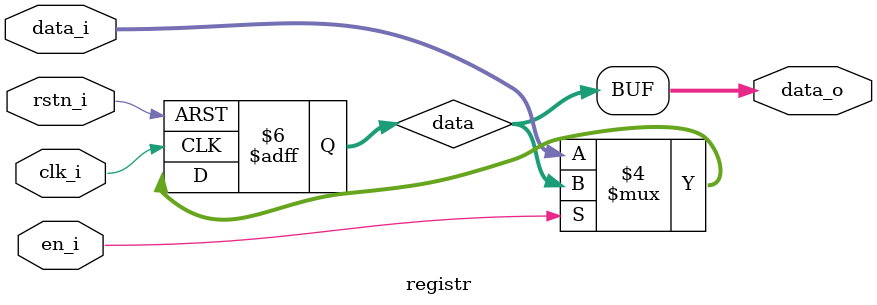
<source format=v>
`timescale 1ns / 1ps

module registr(
  input        clk_i ,
  
  input        rstn_i ,
  input        en_i,
  input  [9:0] data_i,
  
  output [9:0] data_o 
  );
  
  reg [9:0] data;
  
  always@( posedge clk_i or negedge rstn_i ) begin
    if ( !rstn_i ) 
      data <= 0;
    else if ( !en_i )
      data <= data_i;
  end
  
  assign data_o = data;
  
endmodule

</source>
